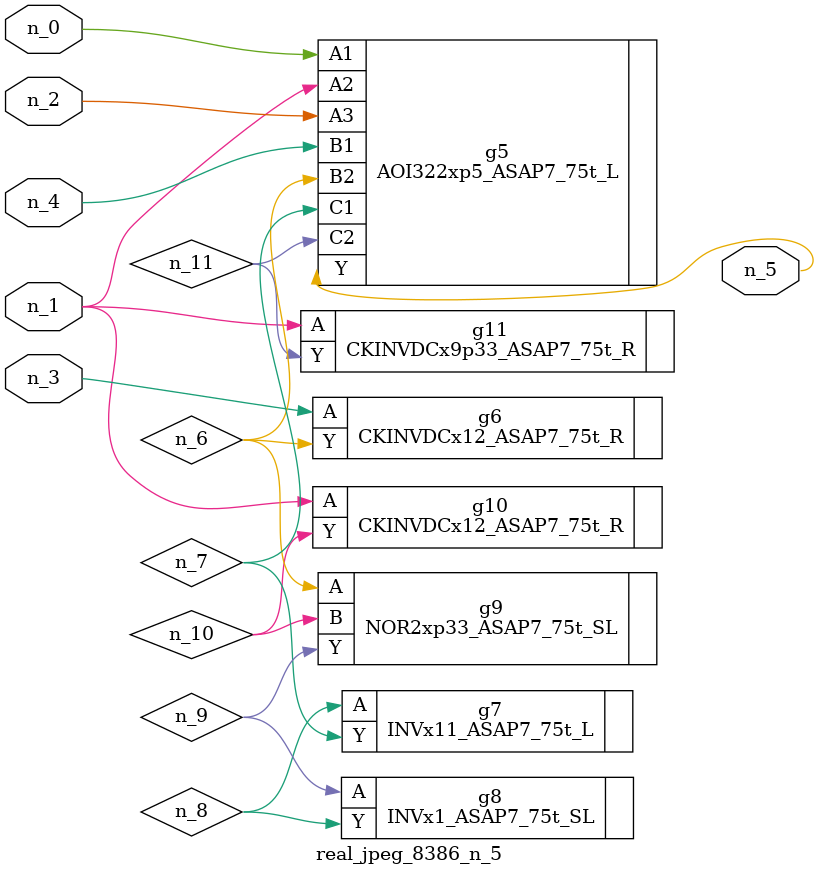
<source format=v>
module real_jpeg_8386_n_5 (n_4, n_0, n_1, n_2, n_3, n_5);

input n_4;
input n_0;
input n_1;
input n_2;
input n_3;

output n_5;

wire n_8;
wire n_11;
wire n_6;
wire n_7;
wire n_10;
wire n_9;

AOI322xp5_ASAP7_75t_L g5 ( 
.A1(n_0),
.A2(n_1),
.A3(n_2),
.B1(n_4),
.B2(n_6),
.C1(n_7),
.C2(n_11),
.Y(n_5)
);

CKINVDCx12_ASAP7_75t_R g10 ( 
.A(n_1),
.Y(n_10)
);

CKINVDCx9p33_ASAP7_75t_R g11 ( 
.A(n_1),
.Y(n_11)
);

CKINVDCx12_ASAP7_75t_R g6 ( 
.A(n_3),
.Y(n_6)
);

NOR2xp33_ASAP7_75t_SL g9 ( 
.A(n_6),
.B(n_10),
.Y(n_9)
);

INVx11_ASAP7_75t_L g7 ( 
.A(n_8),
.Y(n_7)
);

INVx1_ASAP7_75t_SL g8 ( 
.A(n_9),
.Y(n_8)
);


endmodule
</source>
